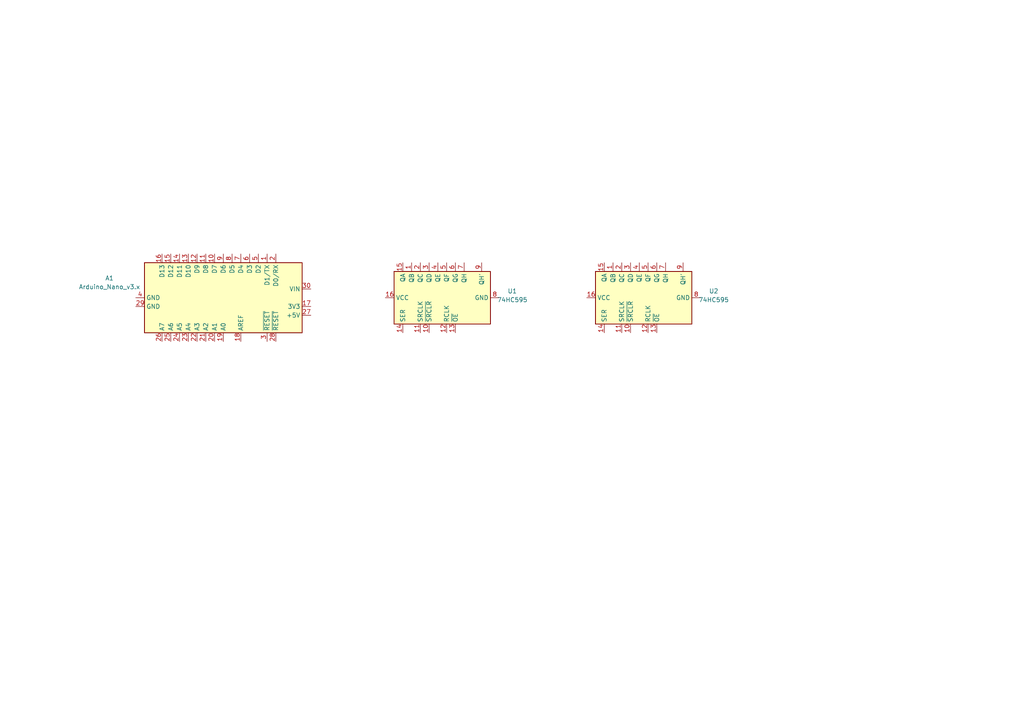
<source format=kicad_sch>
(kicad_sch (version 20230121) (generator eeschema)
  (paper "A4")
  (lib_symbols
    (symbol "74xx:74HC595"
      (property "Reference" "U" (at -7.62 13.97 0))
      (property "Value" "74HC595" (at -7.62 -16.51 0))
      (symbol "74HC595_1_0"
        (pin tri_state line (at 10.16 7.62 180) (length 2.54) (name "QB") (number "1"))
        (pin input line (at -10.16 2.54 0) (length 2.54) (name "~{SRCLR}") (number "10"))
        (pin input line (at -10.16 5.08 0) (length 2.54) (name "SRCLK") (number "11"))
        (pin input line (at -10.16 -2.54 0) (length 2.54) (name "RCLK") (number "12"))
        (pin input line (at -10.16 -5.08 0) (length 2.54) (name "~{OE}") (number "13"))
        (pin input line (at -10.16 10.16 0) (length 2.54) (name "SER") (number "14"))
        (pin tri_state line (at 10.16 10.16 180) (length 2.54) (name "QA") (number "15"))
        (pin power_in line (at 0 15.24 270) (length 2.54) (name "VCC") (number "16"))
        (pin tri_state line (at 10.16 5.08 180) (length 2.54) (name "QC") (number "2"))
        (pin tri_state line (at 10.16 2.54 180) (length 2.54) (name "QD") (number "3"))
        (pin tri_state line (at 10.16 0 180) (length 2.54) (name "QE") (number "4"))
        (pin tri_state line (at 10.16 -2.54 180) (length 2.54) (name "QF") (number "5"))
        (pin tri_state line (at 10.16 -5.08 180) (length 2.54) (name "QG") (number "6"))
        (pin tri_state line (at 10.16 -7.62 180) (length 2.54) (name "QH") (number "7"))
        (pin power_in line (at 0 -17.78 90) (length 2.54) (name "GND") (number "8"))
        (pin output line (at 10.16 -12.7 180) (length 2.54) (name "QH'") (number "9"))
      )
      (symbol "74HC595_1_1"
        (rectangle (start -7.62 12.7) (end 7.62 -15.24) (stroke (width 0.254)) (fill (type background)))
      )
    )
    (symbol "MCU_Module:Arduino_Nano_v3.x"
      (property "Reference" "A" (at -10.16 23.495 0))
      (property "Value" "Arduino_Nano_v3.x" (at 5.08 -24.13 0))
      (symbol "Arduino_Nano_v3.x_0_1"
        (rectangle (start -10.16 22.86) (end 10.16 -22.86) (stroke (width 0.254)) (fill (type background)))
      )
      (symbol "Arduino_Nano_v3.x_1_1"
        (pin bidirectional line (at -12.7 12.7 0) (length 2.54) (name "D1/TX") (number "1"))
        (pin bidirectional line (at -12.7 -2.54 0) (length 2.54) (name "D7") (number "10"))
        (pin bidirectional line (at -12.7 -5.08 0) (length 2.54) (name "D8") (number "11"))
        (pin bidirectional line (at -12.7 -7.62 0) (length 2.54) (name "D9") (number "12"))
        (pin bidirectional line (at -12.7 -10.16 0) (length 2.54) (name "D10") (number "13"))
        (pin bidirectional line (at -12.7 -12.7 0) (length 2.54) (name "D11") (number "14"))
        (pin bidirectional line (at -12.7 -15.24 0) (length 2.54) (name "D12") (number "15"))
        (pin bidirectional line (at -12.7 -17.78 0) (length 2.54) (name "D13") (number "16"))
        (pin power_out line (at 2.54 25.4 270) (length 2.54) (name "3V3") (number "17"))
        (pin input line (at 12.7 5.08 180) (length 2.54) (name "AREF") (number "18"))
        (pin bidirectional line (at 12.7 0 180) (length 2.54) (name "A0") (number "19"))
        (pin bidirectional line (at -12.7 15.24 0) (length 2.54) (name "D0/RX") (number "2"))
        (pin bidirectional line (at 12.7 -2.54 180) (length 2.54) (name "A1") (number "20"))
        (pin bidirectional line (at 12.7 -5.08 180) (length 2.54) (name "A2") (number "21"))
        (pin bidirectional line (at 12.7 -7.62 180) (length 2.54) (name "A3") (number "22"))
        (pin bidirectional line (at 12.7 -10.16 180) (length 2.54) (name "A4") (number "23"))
        (pin bidirectional line (at 12.7 -12.7 180) (length 2.54) (name "A5") (number "24"))
        (pin bidirectional line (at 12.7 -15.24 180) (length 2.54) (name "A6") (number "25"))
        (pin bidirectional line (at 12.7 -17.78 180) (length 2.54) (name "A7") (number "26"))
        (pin power_out line (at 5.08 25.4 270) (length 2.54) (name "+5V") (number "27"))
        (pin input line (at 12.7 15.24 180) (length 2.54) (name "~{RESET}") (number "28"))
        (pin power_in line (at 2.54 -25.4 90) (length 2.54) (name "GND") (number "29"))
        (pin input line (at 12.7 12.7 180) (length 2.54) (name "~{RESET}") (number "3"))
        (pin power_in line (at -2.54 25.4 270) (length 2.54) (name "VIN") (number "30"))
        (pin power_in line (at 0 -25.4 90) (length 2.54) (name "GND") (number "4"))
        (pin bidirectional line (at -12.7 10.16 0) (length 2.54) (name "D2") (number "5"))
        (pin bidirectional line (at -12.7 7.62 0) (length 2.54) (name "D3") (number "6"))
        (pin bidirectional line (at -12.7 5.08 0) (length 2.54) (name "D4") (number "7"))
        (pin bidirectional line (at -12.7 2.54 0) (length 2.54) (name "D5") (number "8"))
        (pin bidirectional line (at -12.7 0 0) (length 2.54) (name "D6") (number "9"))
      )
    )
  )
  (symbol (lib_id "MCU_Module:Arduino_Nano_v3.x") (at 64.77 86.36 270) (unit 1)
    (property "Reference" "A1" (at 31.75 80.6703 90))
    (property "Value" "Arduino_Nano_v3.x" (at 31.75 83.2103 90))
    (property "Footprint" "Module:Arduino_Nano" (effects hide))
    (property "Datasheet" "http://www.mouser.com/pdfdocs/Gravitech_Arduino_Nano3_0.pdf" (effects hide))
  )
  (symbol (lib_id "74xx:74HC595") (at 127 86.36 90) (unit 1)
    (property "Reference" "U1" (at 148.59 84.4297 90))
    (property "Value" "74HC595" (at 148.59 86.9697 90))
    (property "Datasheet" "http://www.ti.com/lit/ds/symlink/sn74hc595.pdf" (effects hide))
  )
  (symbol (lib_id "74xx:74HC595") (at 185.42 86.36 90) (unit 1)
    (property "Reference" "U2" (at 207.01 84.4297 90))
    (property "Value" "74HC595" (at 207.01 86.9697 90))
    (property "Datasheet" "http://www.ti.com/lit/ds/symlink/sn74hc595.pdf" (effects hide))
  )
)
</source>
